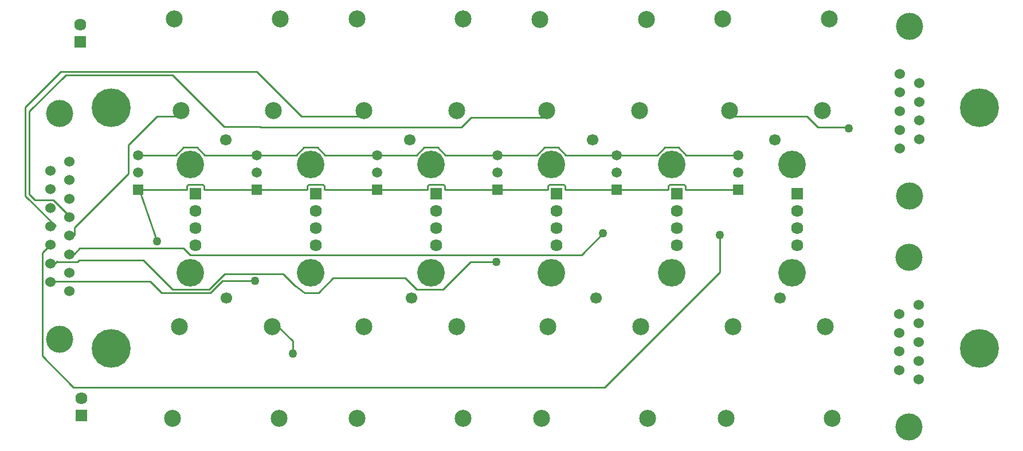
<source format=gbl>
G04*
G04 #@! TF.GenerationSoftware,Altium Limited,Altium Designer,20.0.11 (256)*
G04*
G04 Layer_Physical_Order=2*
G04 Layer_Color=16711680*
%FSLAX25Y25*%
%MOIN*%
G70*
G01*
G75*
%ADD10C,0.01000*%
%ADD27C,0.06693*%
%ADD28C,0.09843*%
%ADD29C,0.07047*%
%ADD30R,0.07047X0.07047*%
%ADD31C,0.06000*%
%ADD32C,0.15748*%
%ADD33R,0.05906X0.05906*%
%ADD34C,0.05906*%
%ADD35C,0.16000*%
%ADD36C,0.22500*%
%ADD37C,0.05000*%
D10*
X186500Y101500D02*
G03*
X191777Y97500I17163J17163D01*
G01*
X257000Y99500D02*
X272500D01*
X250500Y106000D02*
X257000Y99500D01*
X272500D02*
X288500Y115500D01*
X303500D01*
X200000Y97500D02*
X208500Y106000D01*
X192042Y97500D02*
X200000D01*
X208500Y106000D02*
X250500D01*
X145500Y108500D02*
X179500D01*
X186500Y101500D01*
X191777Y97500D02*
X192042Y97500D01*
X115032Y99500D02*
X136500D01*
X98032Y116500D02*
X115032Y99500D01*
X136500D02*
X145500Y108500D01*
X108677Y97500D02*
X137328D01*
X144328Y104500D01*
X102177Y104000D02*
X108677Y97500D01*
X353000Y119500D02*
X365500Y132000D01*
X125500Y119500D02*
X353000Y119500D01*
X121661Y123339D02*
X125500Y119500D01*
X61319Y123339D02*
X121661D01*
X413524Y157500D02*
X444000D01*
X413524D02*
Y159645D01*
X412645Y160524D02*
X413524Y159645D01*
X404355Y160524D02*
X412645D01*
X403476Y159645D02*
X404355Y160524D01*
X403476Y157500D02*
Y159645D01*
X373500Y157500D02*
X403476D01*
X343524D02*
X373500D01*
X343524D02*
Y159645D01*
X342645Y160524D02*
X343524Y159645D01*
X334355Y160524D02*
X342645D01*
X333476Y159645D02*
X334355Y160524D01*
X333476Y157500D02*
Y159645D01*
X304000Y157500D02*
X333476D01*
X273524D02*
X304000D01*
X273524D02*
Y159645D01*
X272645Y160524D02*
X273524Y159645D01*
X264355Y160524D02*
X272645D01*
X263476Y159645D02*
X264355Y160524D01*
X263476Y157500D02*
Y159645D01*
X234000Y157500D02*
X263476D01*
X203524D02*
X234000D01*
X203524D02*
Y159645D01*
X202645Y160524D02*
X203524Y159645D01*
X194355Y160524D02*
X202645D01*
X193476Y159645D02*
X194355Y160524D01*
X193476Y157500D02*
Y159645D01*
X164000Y157500D02*
X193476D01*
X133524D02*
X164000D01*
X133524D02*
Y159645D01*
X132645Y160524D02*
X133524Y159645D01*
X124355Y160524D02*
X132645D01*
X123476Y159645D02*
X124355Y160524D01*
X123476Y157500D02*
Y159645D01*
X95000Y157500D02*
X123476D01*
X413935Y177500D02*
X444000D01*
X409435Y182000D02*
X413935Y177500D01*
X401565Y182000D02*
X409435D01*
X397065Y177500D02*
X401565Y182000D01*
X373500Y177500D02*
X397065D01*
X133935D02*
X164000D01*
X129435Y182000D02*
X133935Y177500D01*
X121565Y182000D02*
X129435D01*
X117065Y177500D02*
X121565Y182000D01*
X95000Y177500D02*
X117065D01*
X203935D02*
X234000D01*
X199435Y182000D02*
X203935Y177500D01*
X191565Y182000D02*
X199435D01*
X187065Y177500D02*
X191565Y182000D01*
X164000Y177500D02*
X187065D01*
X273935D02*
X304000D01*
X269435Y182000D02*
X273935Y177500D01*
X257065D02*
X261565Y182000D01*
X234000Y177500D02*
X257065D01*
X261565Y182000D02*
X269435D01*
X343935Y177500D02*
X373500D01*
X339435Y182000D02*
X343935Y177500D01*
X331565Y182000D02*
X339435D01*
X327065Y177500D02*
X331565Y182000D01*
X304000Y177500D02*
X327065D01*
X144328Y104500D02*
X163000D01*
X433500Y109500D02*
Y131000D01*
X366500Y42500D02*
X433500Y109500D01*
X57586Y42500D02*
X366500D01*
X190000Y200000D02*
X226437D01*
X190000D02*
X190000Y200000D01*
X164000Y226000D02*
X190000Y200000D01*
X29500Y153862D02*
X47000Y136362D01*
X288805Y199350D02*
X332837D01*
X145000Y194000D02*
X166000D01*
X115000Y224000D02*
X145000Y194000D01*
X53000Y224000D02*
X115000D01*
X50000Y226000D02*
X164000D01*
X58181Y120201D02*
X61319Y123339D01*
X173063Y81150D02*
X185000Y69213D01*
X39500Y60586D02*
X57586Y42500D01*
X31914Y202914D02*
X53000Y224000D01*
X29500Y205500D02*
X50000Y226000D01*
X31914Y154586D02*
X35213Y151287D01*
X45864D01*
X55181Y141970D01*
Y141413D02*
Y141970D01*
X47913Y115701D02*
X48276Y115339D01*
X59683D01*
X39500Y60586D02*
Y120713D01*
X44000Y125213D01*
X185000Y62000D02*
Y69213D01*
X507921Y193579D02*
X508500Y193000D01*
X490514Y193579D02*
X507921D01*
X484093Y200000D02*
X490514Y193579D01*
X439237Y200000D02*
X484093D01*
X31914Y154586D02*
Y202914D01*
X166000Y194000D02*
X166421Y193579D01*
X89500Y183500D02*
X106000Y200000D01*
X120037D01*
X89500Y166730D02*
Y183500D01*
X58258Y135488D02*
X89500Y166730D01*
X166421Y193579D02*
X283034D01*
X288805Y199350D01*
X58258Y131065D02*
Y135488D01*
X58181Y130988D02*
X58258Y131065D01*
X95000Y157500D02*
X96000Y156500D01*
X29500Y153862D02*
Y205500D01*
X47000Y104000D02*
X102177D01*
X59683Y115339D02*
X60844Y116500D01*
X47000Y114787D02*
X47913Y115701D01*
X60844Y116500D02*
X98032D01*
X96000Y156500D02*
X106000Y127500D01*
D27*
X146000Y186500D02*
D03*
X253000D02*
D03*
X359500D02*
D03*
X465500D02*
D03*
X468500Y94500D02*
D03*
X361500D02*
D03*
X254000D02*
D03*
X146500D02*
D03*
D28*
X173974Y203500D02*
D03*
X120037D02*
D03*
X177911Y256650D02*
D03*
X116100D02*
D03*
X226437Y77650D02*
D03*
X280374D02*
D03*
X222500Y24500D02*
D03*
X284311D02*
D03*
X441000Y77650D02*
D03*
X494937D02*
D03*
X437063Y24500D02*
D03*
X498874D02*
D03*
X333626Y77650D02*
D03*
X387563D02*
D03*
X329689Y24500D02*
D03*
X391500D02*
D03*
X119126Y77650D02*
D03*
X173063D02*
D03*
X115189Y24500D02*
D03*
X177000D02*
D03*
X435300Y256650D02*
D03*
X497111D02*
D03*
X439237Y203500D02*
D03*
X493174D02*
D03*
X328900Y256500D02*
D03*
X390711D02*
D03*
X332837Y203350D02*
D03*
X386774D02*
D03*
X222500Y256650D02*
D03*
X284311D02*
D03*
X226437Y203500D02*
D03*
X280374D02*
D03*
D29*
X62000Y36000D02*
D03*
X61500Y253500D02*
D03*
X478500Y125000D02*
D03*
Y135000D02*
D03*
Y145000D02*
D03*
X408500D02*
D03*
Y135000D02*
D03*
Y125000D02*
D03*
X338500Y145000D02*
D03*
Y135000D02*
D03*
Y125000D02*
D03*
X268500Y145000D02*
D03*
Y135000D02*
D03*
Y125000D02*
D03*
X198500Y145000D02*
D03*
Y135000D02*
D03*
Y125000D02*
D03*
X128500Y145000D02*
D03*
Y135000D02*
D03*
Y125000D02*
D03*
D30*
X62000Y26000D02*
D03*
X61500Y243500D02*
D03*
X478500Y155000D02*
D03*
X408500D02*
D03*
X338500D02*
D03*
X268500D02*
D03*
X198500D02*
D03*
X128500D02*
D03*
D31*
X55181Y162988D02*
D03*
Y152201D02*
D03*
Y141413D02*
D03*
Y130626D02*
D03*
Y119839D02*
D03*
Y109051D02*
D03*
X44000Y103638D02*
D03*
Y114425D02*
D03*
Y125213D02*
D03*
Y168362D02*
D03*
Y157575D02*
D03*
Y146787D02*
D03*
Y136000D02*
D03*
X55181Y173776D02*
D03*
Y98264D02*
D03*
X537910Y52335D02*
D03*
Y63240D02*
D03*
Y74146D02*
D03*
Y85051D02*
D03*
X549090Y90504D02*
D03*
Y79598D02*
D03*
Y46882D02*
D03*
Y57787D02*
D03*
Y68693D02*
D03*
X549500Y219406D02*
D03*
Y208500D02*
D03*
Y197594D02*
D03*
Y186689D02*
D03*
X538319Y181236D02*
D03*
Y192142D02*
D03*
Y224858D02*
D03*
Y213953D02*
D03*
Y203047D02*
D03*
D32*
X49591Y201610D02*
D03*
Y70390D02*
D03*
X543500Y19500D02*
D03*
Y117886D02*
D03*
X543910Y252240D02*
D03*
Y153854D02*
D03*
D33*
X444000Y157500D02*
D03*
X373500D02*
D03*
X304000D02*
D03*
X234000D02*
D03*
X164000D02*
D03*
X95000D02*
D03*
D34*
X444000Y167500D02*
D03*
Y177500D02*
D03*
X373500Y167500D02*
D03*
Y177500D02*
D03*
X304000Y167500D02*
D03*
Y177500D02*
D03*
X234000Y167500D02*
D03*
Y177500D02*
D03*
X164000Y167500D02*
D03*
Y177500D02*
D03*
X95000Y167500D02*
D03*
Y177500D02*
D03*
D35*
X475500Y109000D02*
D03*
Y172000D02*
D03*
X405500D02*
D03*
Y109000D02*
D03*
X335500Y172000D02*
D03*
Y109000D02*
D03*
X265500Y172000D02*
D03*
Y109000D02*
D03*
X195500Y172000D02*
D03*
Y109000D02*
D03*
X125500Y172000D02*
D03*
Y109000D02*
D03*
D36*
X584500Y65000D02*
D03*
Y205000D02*
D03*
X79500Y65000D02*
D03*
Y205000D02*
D03*
D37*
X163000Y104500D02*
D03*
X303500Y115500D02*
D03*
X433500Y131000D02*
D03*
X185000Y62000D02*
D03*
X508500Y193000D02*
D03*
X365500Y132000D02*
D03*
X106000Y127500D02*
D03*
M02*

</source>
